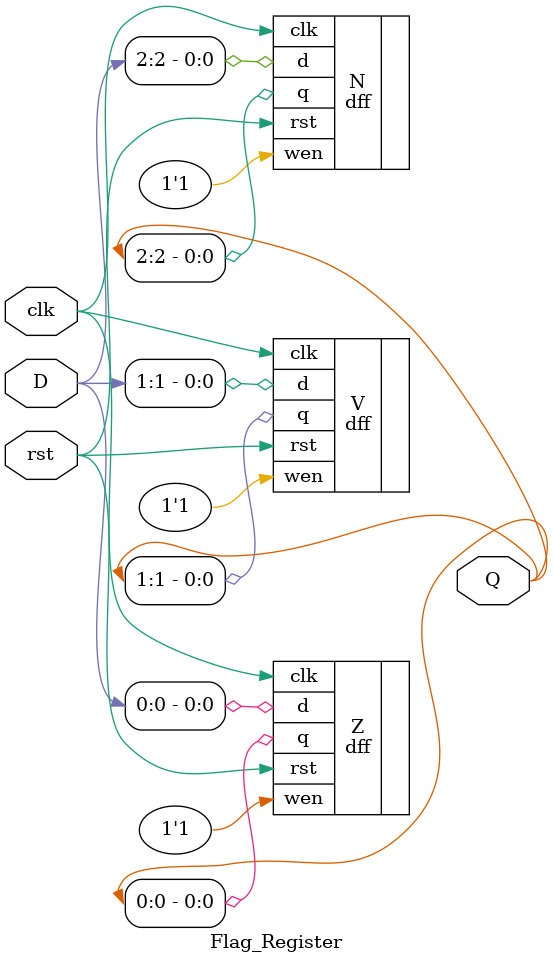
<source format=v>

module Flag_Register(clk, rst, D, Q);
    input clk, rst;
    input [2:0] D;
    output [2:0] Q;

    dff N(.q(Q[2]), .d(D[2]), .wen(1'b1), .clk(clk), .rst(rst));
    dff V(.q(Q[1]), .d(D[1]), .wen(1'b1), .clk(clk), .rst(rst));
    dff Z(.q(Q[0]), .d(D[0]), .wen(1'b1), .clk(clk), .rst(rst));





endmodule
</source>
